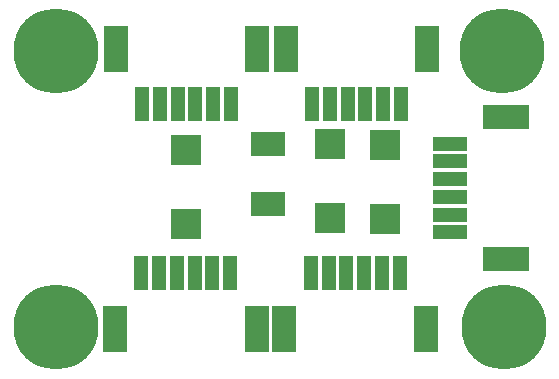
<source format=gts>
G04*
G04 #@! TF.GenerationSoftware,Altium Limited,Altium Designer,21.6.1 (37)*
G04*
G04 Layer_Color=8388736*
%FSLAX44Y44*%
%MOMM*%
G71*
G04*
G04 #@! TF.SameCoordinates,54B41048-786A-4A43-A445-D2F397ABDBDA*
G04*
G04*
G04 #@! TF.FilePolarity,Negative*
G04*
G01*
G75*
%ADD19R,2.9972X2.1082*%
%ADD20R,2.6132X2.5732*%
%ADD21R,2.0032X4.0032*%
%ADD22R,1.2032X2.9032*%
%ADD23R,4.0032X2.0032*%
%ADD24R,2.9032X1.2032*%
%ADD25C,7.2032*%
D19*
X1488000Y2710600D02*
D03*
Y2761400D02*
D03*
D20*
X1418000Y2693750D02*
D03*
Y2756250D02*
D03*
X1540000Y2698750D02*
D03*
Y2761250D02*
D03*
X1587000Y2697750D02*
D03*
Y2760250D02*
D03*
D21*
X1621500Y2605000D02*
D03*
X1501500D02*
D03*
X1477881D02*
D03*
X1357881D02*
D03*
X1502500Y2842000D02*
D03*
X1622500D02*
D03*
X1358500D02*
D03*
X1478500D02*
D03*
D22*
X1599000Y2652000D02*
D03*
X1584000D02*
D03*
X1569000D02*
D03*
X1554000D02*
D03*
X1539000D02*
D03*
X1524000D02*
D03*
X1455381D02*
D03*
X1440381D02*
D03*
X1425381D02*
D03*
X1410381D02*
D03*
X1395381D02*
D03*
X1380381D02*
D03*
X1525000Y2795000D02*
D03*
X1540000D02*
D03*
X1555000D02*
D03*
X1570000D02*
D03*
X1585000D02*
D03*
X1600000D02*
D03*
X1381000D02*
D03*
X1396000D02*
D03*
X1411000D02*
D03*
X1426000D02*
D03*
X1441000D02*
D03*
X1456000D02*
D03*
D23*
X1689000Y2784000D02*
D03*
Y2664000D02*
D03*
D24*
X1642000Y2761500D02*
D03*
Y2746500D02*
D03*
Y2731500D02*
D03*
Y2716500D02*
D03*
Y2701500D02*
D03*
Y2686500D02*
D03*
D25*
X1687000Y2606000D02*
D03*
X1686000Y2840000D02*
D03*
X1308000Y2606000D02*
D03*
Y2840000D02*
D03*
M02*

</source>
